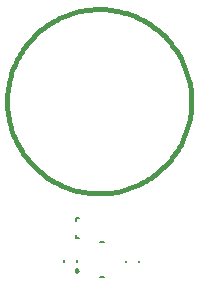
<source format=gbo>
G04*
G04 #@! TF.GenerationSoftware,Altium Limited,Altium Designer,22.7.1 (60)*
G04*
G04 Layer_Color=32896*
%FSLAX44Y44*%
%MOMM*%
G71*
G04*
G04 #@! TF.SameCoordinates,97EA9571-4948-4CBB-981D-70F8AE3DB673*
G04*
G04*
G04 #@! TF.FilePolarity,Positive*
G04*
G01*
G75*
%ADD30C,0.2000*%
%ADD49C,0.4000*%
%ADD50C,0.2500*%
D30*
X-20050Y-101450D02*
X-20050Y-99000D01*
X-20050Y-116000D02*
Y-113550D01*
Y-116000D02*
X-17000D01*
X-20050Y-99000D02*
X-17000D01*
X33500Y-135250D02*
X33500Y-136250D01*
X22500D02*
Y-135250D01*
X-30000Y-135750D02*
Y-134750D01*
X-18500Y-135750D02*
X-18500Y-134750D01*
X550Y-118750D02*
X4450D01*
X550Y-148750D02*
X4450D01*
D49*
X78000Y0D02*
X77959Y2539D01*
X77835Y5075D01*
X77628Y7606D01*
X77340Y10129D01*
X76969Y12641D01*
X76517Y15139D01*
X75983Y17622D01*
X75370Y20086D01*
X74676Y22528D01*
X73903Y24947D01*
X73052Y27339D01*
X72123Y29703D01*
X71118Y32034D01*
X70038Y34332D01*
X68883Y36594D01*
X67656Y38817D01*
X66356Y40998D01*
X64987Y43136D01*
X63548Y45229D01*
X62042Y47273D01*
X60471Y49268D01*
X58835Y51210D01*
X57137Y53098D01*
X55378Y54929D01*
X53561Y56703D01*
X51687Y58416D01*
X49758Y60068D01*
X47777Y61655D01*
X45745Y63178D01*
X43664Y64633D01*
X41537Y66020D01*
X39366Y67337D01*
X37153Y68583D01*
X34901Y69756D01*
X32612Y70855D01*
X30289Y71879D01*
X27933Y72827D01*
X25548Y73698D01*
X23135Y74490D01*
X20698Y75204D01*
X18240Y75837D01*
X15761Y76391D01*
X13267Y76863D01*
X10758Y77255D01*
X8237Y77564D01*
X5708Y77791D01*
X3173Y77935D01*
X635Y77997D01*
X-1904Y77977D01*
X-4441Y77874D01*
X-6974Y77688D01*
X-9499Y77420D01*
X-12014Y77069D01*
X-14516Y76637D01*
X-17003Y76124D01*
X-19472Y75531D01*
X-21920Y74857D01*
X-24345Y74103D01*
X-26744Y73272D01*
X-29115Y72362D01*
X-31455Y71377D01*
X-33761Y70315D01*
X-36032Y69179D01*
X-38265Y67969D01*
X-40457Y66688D01*
X-42606Y65335D01*
X-44710Y63914D01*
X-46767Y62425D01*
X-48774Y60870D01*
X-50729Y59250D01*
X-52631Y57567D01*
X-54477Y55823D01*
X-56265Y54021D01*
X-57994Y52161D01*
X-59661Y50245D01*
X-61265Y48277D01*
X-62804Y46257D01*
X-64276Y44188D01*
X-65680Y42073D01*
X-67015Y39913D01*
X-68278Y37710D01*
X-69470Y35468D01*
X-70587Y33188D01*
X-71630Y30873D01*
X-72597Y28525D01*
X-73487Y26147D01*
X-74299Y23741D01*
X-75033Y21310D01*
X-75686Y18856D01*
X-76260Y16383D01*
X-76753Y13892D01*
X-77165Y11386D01*
X-77494Y8868D01*
X-77742Y6341D01*
X-77907Y3808D01*
X-77990Y1270D01*
Y-1269D01*
X-77907Y-3807D01*
X-77742Y-6341D01*
X-77494Y-8868D01*
X-77165Y-11386D01*
X-76753Y-13892D01*
X-76260Y-16382D01*
X-75686Y-18856D01*
X-75033Y-21310D01*
X-74299Y-23741D01*
X-73487Y-26147D01*
X-72597Y-28525D01*
X-71630Y-30872D01*
X-70587Y-33188D01*
X-69470Y-35468D01*
X-68278Y-37710D01*
X-67015Y-39913D01*
X-65680Y-42073D01*
X-64276Y-44188D01*
X-62804Y-46257D01*
X-61265Y-48277D01*
X-59661Y-50245D01*
X-57994Y-52161D01*
X-56265Y-54021D01*
X-54477Y-55823D01*
X-52631Y-57567D01*
X-50729Y-59250D01*
X-48774Y-60869D01*
X-46767Y-62425D01*
X-44710Y-63914D01*
X-42606Y-65335D01*
X-40457Y-66687D01*
X-38265Y-67969D01*
X-36032Y-69179D01*
X-33761Y-70315D01*
X-31455Y-71376D01*
X-29115Y-72362D01*
X-26744Y-73272D01*
X-24345Y-74103D01*
X-21920Y-74857D01*
X-19472Y-75530D01*
X-17003Y-76124D01*
X-14516Y-76637D01*
X-12014Y-77069D01*
X-9499Y-77419D01*
X-6974Y-77688D01*
X-4442Y-77873D01*
X-1905Y-77977D01*
X635Y-77997D01*
X3173Y-77935D01*
X5708Y-77791D01*
X8237Y-77564D01*
X10757Y-77255D01*
X13266Y-76863D01*
X15761Y-76391D01*
X18239Y-75837D01*
X20698Y-75204D01*
X23135Y-74490D01*
X25547Y-73698D01*
X27933Y-72827D01*
X30289Y-71879D01*
X32612Y-70855D01*
X34901Y-69756D01*
X37153Y-68583D01*
X39366Y-67337D01*
X41537Y-66020D01*
X43664Y-64633D01*
X45745Y-63178D01*
X47777Y-61655D01*
X49758Y-60068D01*
X51687Y-58416D01*
X53561Y-56703D01*
X55378Y-54929D01*
X57137Y-53098D01*
X58835Y-51210D01*
X60471Y-49268D01*
X62042Y-47273D01*
X63548Y-45229D01*
X64987Y-43136D01*
X66356Y-40998D01*
X67656Y-38816D01*
X68883Y-36594D01*
X70038Y-34332D01*
X71118Y-32034D01*
X72123Y-29702D01*
X73052Y-27339D01*
X73903Y-24947D01*
X74676Y-22528D01*
X75370Y-20085D01*
X75983Y-17622D01*
X76517Y-15139D01*
X76969Y-12640D01*
X77340Y-10128D01*
X77628Y-7606D01*
X77835Y-5075D01*
X77959Y-2539D01*
X78000Y0D01*
D50*
X-18000Y-143250D02*
X-19875Y-142167D01*
Y-144333D01*
X-18000Y-143250D01*
M02*

</source>
